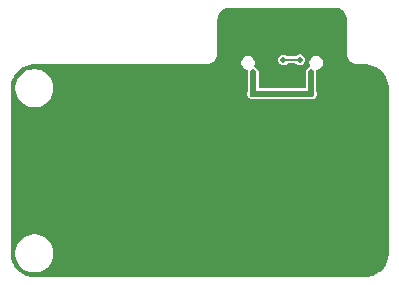
<source format=gbr>
%TF.GenerationSoftware,KiCad,Pcbnew,8.0.9*%
%TF.CreationDate,2025-07-19T06:53:02+07:00*%
%TF.ProjectId,Daughterboard,44617567-6874-4657-9262-6f6172642e6b,rev?*%
%TF.SameCoordinates,Original*%
%TF.FileFunction,Copper,L2,Bot*%
%TF.FilePolarity,Positive*%
%FSLAX46Y46*%
G04 Gerber Fmt 4.6, Leading zero omitted, Abs format (unit mm)*
G04 Created by KiCad (PCBNEW 8.0.9) date 2025-07-19 06:53:02*
%MOMM*%
%LPD*%
G01*
G04 APERTURE LIST*
%TA.AperFunction,ComponentPad*%
%ADD10C,3.500001*%
%TD*%
%TA.AperFunction,ComponentPad*%
%ADD11O,1.100000X2.200000*%
%TD*%
%TA.AperFunction,ComponentPad*%
%ADD12O,1.300000X1.900000*%
%TD*%
%TA.AperFunction,ViaPad*%
%ADD13C,0.800000*%
%TD*%
%TA.AperFunction,ViaPad*%
%ADD14C,0.450000*%
%TD*%
%TA.AperFunction,ViaPad*%
%ADD15C,0.600000*%
%TD*%
%TA.AperFunction,ViaPad*%
%ADD16C,0.500000*%
%TD*%
%TA.AperFunction,Conductor*%
%ADD17C,0.500000*%
%TD*%
%TA.AperFunction,Conductor*%
%ADD18C,0.200000*%
%TD*%
G04 APERTURE END LIST*
D10*
%TO.P,MH2,1,Pin_1*%
%TO.N,GNDPWR*%
X104015000Y-76185800D03*
%TD*%
D11*
%TO.P,J1,S,SHIELD*%
%TO.N,GNDPWR*%
X101298000Y-60600000D03*
D12*
X101298000Y-56400000D03*
D11*
X92698000Y-60600000D03*
D12*
X92698000Y-56400000D03*
%TD*%
D13*
%TO.N,GNDPWR*%
X93855000Y-71867000D03*
X98935000Y-57897000D03*
X88775000Y-76947000D03*
X100205000Y-69327000D03*
X82425000Y-62977000D03*
X92585000Y-76947000D03*
X79885000Y-61707000D03*
X101475000Y-76947000D03*
X98935000Y-66787000D03*
X84965000Y-61707000D03*
X91315000Y-66787000D03*
X101475000Y-71867000D03*
X82425000Y-75677000D03*
X97665000Y-73137000D03*
X96395000Y-76947000D03*
X95125000Y-66787000D03*
D14*
X97000000Y-64600000D03*
D13*
X87505000Y-74407000D03*
X82425000Y-66787000D03*
X78615000Y-68057000D03*
X104015000Y-68057000D03*
X82425000Y-71867000D03*
X76075000Y-69327000D03*
X104015000Y-61707000D03*
X79885000Y-70597000D03*
X78615000Y-64247000D03*
X84965000Y-76947000D03*
X102745000Y-65517000D03*
X98935000Y-75677000D03*
X91315000Y-74407000D03*
X101475000Y-62977000D03*
X91315000Y-70597000D03*
X96395000Y-56627000D03*
X92585000Y-64247000D03*
X78615000Y-74407000D03*
X84965000Y-65517000D03*
X76075000Y-73137000D03*
X79885000Y-76947000D03*
X93855000Y-57897000D03*
X95125000Y-74407000D03*
D15*
X99400000Y-64600000D03*
D13*
X84965000Y-73137000D03*
X104015000Y-73137000D03*
X96395000Y-70597000D03*
X76075000Y-65517000D03*
X87505000Y-62977000D03*
D15*
X94600000Y-64600000D03*
%TO.N,VBUS*%
X94548000Y-62648000D03*
X99448000Y-62648000D03*
D16*
%TO.N,DA-*%
X97109341Y-59791341D03*
X98498000Y-59791341D03*
%TD*%
D17*
%TO.N,VBUS*%
X94548000Y-60825000D02*
X94548000Y-62648000D01*
X99448000Y-60825000D02*
X99448000Y-62648000D01*
X94548000Y-62648000D02*
X99448000Y-62648000D01*
D18*
%TO.N,DA-*%
X98498000Y-59791341D02*
X98636659Y-59791341D01*
X97109341Y-59791341D02*
X98498000Y-59791341D01*
%TD*%
%TA.AperFunction,Conductor*%
%TO.N,GNDPWR*%
G36*
X101473938Y-55385823D02*
G01*
X101480328Y-55385979D01*
X101564778Y-55388048D01*
X101577601Y-55389469D01*
X101756727Y-55425100D01*
X101770822Y-55429375D01*
X101938693Y-55498910D01*
X101951694Y-55505859D01*
X102102774Y-55606807D01*
X102114169Y-55616160D01*
X102242639Y-55744630D01*
X102251992Y-55756025D01*
X102352940Y-55907105D01*
X102359889Y-55920106D01*
X102429422Y-56087971D01*
X102433701Y-56102078D01*
X102469329Y-56281194D01*
X102470751Y-56294023D01*
X102472977Y-56384861D01*
X102473000Y-56386703D01*
X102473000Y-59185817D01*
X102475406Y-59284047D01*
X102475408Y-59284060D01*
X102486702Y-59340841D01*
X102513744Y-59476787D01*
X102588945Y-59658337D01*
X102698119Y-59821728D01*
X102698121Y-59821730D01*
X102698123Y-59821733D01*
X102837066Y-59960676D01*
X102837069Y-59960678D01*
X102837072Y-59960681D01*
X103000463Y-60069855D01*
X103182013Y-60145056D01*
X103374746Y-60183393D01*
X103399309Y-60183994D01*
X103472982Y-60185800D01*
X103473000Y-60185800D01*
X104014332Y-60185800D01*
X104015672Y-60185811D01*
X104153153Y-60188264D01*
X104162514Y-60189017D01*
X104435363Y-60228246D01*
X104445826Y-60230522D01*
X104709664Y-60307992D01*
X104719714Y-60311741D01*
X104969833Y-60425967D01*
X104979241Y-60431104D01*
X105210563Y-60579766D01*
X105219141Y-60586187D01*
X105426967Y-60766268D01*
X105434531Y-60773832D01*
X105614610Y-60981655D01*
X105621033Y-60990236D01*
X105769692Y-61221553D01*
X105774834Y-61230970D01*
X105889057Y-61481084D01*
X105892807Y-61491137D01*
X105970274Y-61754963D01*
X105972555Y-61765447D01*
X106011782Y-62038285D01*
X106012535Y-62047645D01*
X106014988Y-62185126D01*
X106015000Y-62186468D01*
X106015000Y-76185131D01*
X106014988Y-76186473D01*
X106012535Y-76323954D01*
X106011782Y-76333314D01*
X105972555Y-76606152D01*
X105970274Y-76616636D01*
X105892807Y-76880462D01*
X105889057Y-76890515D01*
X105774834Y-77140629D01*
X105769692Y-77150046D01*
X105621033Y-77381363D01*
X105614605Y-77389950D01*
X105434537Y-77597760D01*
X105426960Y-77605337D01*
X105254592Y-77754695D01*
X105219152Y-77785404D01*
X105210563Y-77791833D01*
X104979246Y-77940492D01*
X104969829Y-77945634D01*
X104719715Y-78059857D01*
X104709662Y-78063607D01*
X104445836Y-78141074D01*
X104435352Y-78143355D01*
X104162514Y-78182582D01*
X104153154Y-78183335D01*
X104018661Y-78185734D01*
X104015671Y-78185788D01*
X104014332Y-78185800D01*
X76015668Y-78185800D01*
X76014328Y-78185788D01*
X76011283Y-78185733D01*
X75876845Y-78183335D01*
X75867485Y-78182582D01*
X75594647Y-78143355D01*
X75584163Y-78141074D01*
X75320337Y-78063607D01*
X75310284Y-78059857D01*
X75060170Y-77945634D01*
X75050753Y-77940492D01*
X74819436Y-77791833D01*
X74810855Y-77785410D01*
X74603032Y-77605331D01*
X74595468Y-77597767D01*
X74415387Y-77389941D01*
X74408966Y-77381363D01*
X74260304Y-77150041D01*
X74255165Y-77140629D01*
X74255149Y-77140595D01*
X74140941Y-76890514D01*
X74137192Y-76880462D01*
X74133333Y-76867320D01*
X74059722Y-76616626D01*
X74057446Y-76606163D01*
X74018217Y-76333314D01*
X74017464Y-76323953D01*
X74015012Y-76186472D01*
X74015000Y-76185131D01*
X74015000Y-76059205D01*
X74406500Y-76059205D01*
X74406500Y-76312394D01*
X74446104Y-76562450D01*
X74446107Y-76562462D01*
X74524343Y-76803249D01*
X74639287Y-77028839D01*
X74720483Y-77140595D01*
X74783744Y-77227666D01*
X74788106Y-77233669D01*
X74788113Y-77233677D01*
X74967122Y-77412686D01*
X74967130Y-77412693D01*
X74967132Y-77412695D01*
X75079154Y-77494083D01*
X75171960Y-77561512D01*
X75171962Y-77561513D01*
X75397550Y-77676456D01*
X75638342Y-77754694D01*
X75888408Y-77794300D01*
X75888412Y-77794300D01*
X76141588Y-77794300D01*
X76141592Y-77794300D01*
X76391658Y-77754694D01*
X76632450Y-77676456D01*
X76858038Y-77561513D01*
X77062868Y-77412695D01*
X77241895Y-77233668D01*
X77390713Y-77028838D01*
X77505656Y-76803250D01*
X77583894Y-76562458D01*
X77623500Y-76312392D01*
X77623500Y-76185794D01*
X102912498Y-76185794D01*
X102912498Y-76185805D01*
X102932420Y-76394441D01*
X102932422Y-76394451D01*
X102991472Y-76595560D01*
X103087513Y-76781854D01*
X103217079Y-76946610D01*
X103217081Y-76946611D01*
X103217082Y-76946613D01*
X103375486Y-77083872D01*
X103557004Y-77188671D01*
X103755075Y-77257224D01*
X103962541Y-77287053D01*
X104171902Y-77277080D01*
X104171909Y-77277078D01*
X104171912Y-77277078D01*
X104375589Y-77227666D01*
X104375589Y-77227665D01*
X104375593Y-77227665D01*
X104566251Y-77140595D01*
X104736985Y-77019015D01*
X104881625Y-76867322D01*
X104994943Y-76690996D01*
X105072843Y-76496411D01*
X105112510Y-76290599D01*
X105115000Y-76185800D01*
X105112510Y-76081001D01*
X105072843Y-75875189D01*
X105058030Y-75838189D01*
X104994943Y-75680604D01*
X104994942Y-75680602D01*
X104881626Y-75504279D01*
X104736988Y-75352588D01*
X104736987Y-75352587D01*
X104736985Y-75352585D01*
X104566251Y-75231005D01*
X104566246Y-75231002D01*
X104566243Y-75231001D01*
X104375593Y-75143935D01*
X104375589Y-75143933D01*
X104171912Y-75094521D01*
X104171902Y-75094520D01*
X103962542Y-75084547D01*
X103962541Y-75084547D01*
X103893385Y-75094490D01*
X103755073Y-75114376D01*
X103557001Y-75182930D01*
X103375488Y-75287726D01*
X103375486Y-75287728D01*
X103217079Y-75424989D01*
X103087513Y-75589745D01*
X102991472Y-75776039D01*
X102932422Y-75977148D01*
X102932420Y-75977158D01*
X102912498Y-76185794D01*
X77623500Y-76185794D01*
X77623500Y-76059208D01*
X77583894Y-75809142D01*
X77505656Y-75568350D01*
X77390713Y-75342762D01*
X77350728Y-75287728D01*
X77246256Y-75143935D01*
X77241895Y-75137932D01*
X77241893Y-75137930D01*
X77241886Y-75137922D01*
X77062877Y-74958913D01*
X77062869Y-74958906D01*
X76858039Y-74810087D01*
X76632449Y-74695143D01*
X76391662Y-74616907D01*
X76391650Y-74616904D01*
X76141594Y-74577300D01*
X76141592Y-74577300D01*
X75888408Y-74577300D01*
X75888405Y-74577300D01*
X75638349Y-74616904D01*
X75638337Y-74616907D01*
X75397550Y-74695143D01*
X75171960Y-74810087D01*
X74967130Y-74958906D01*
X74967122Y-74958913D01*
X74788113Y-75137922D01*
X74788106Y-75137930D01*
X74639287Y-75342760D01*
X74524343Y-75568350D01*
X74446107Y-75809137D01*
X74446104Y-75809149D01*
X74406500Y-76059205D01*
X74015000Y-76059205D01*
X74015000Y-62186468D01*
X74015012Y-62185127D01*
X74017258Y-62059205D01*
X74406500Y-62059205D01*
X74406500Y-62312394D01*
X74446104Y-62562450D01*
X74446107Y-62562462D01*
X74524343Y-62803249D01*
X74639287Y-63028839D01*
X74788106Y-63233669D01*
X74788113Y-63233677D01*
X74967122Y-63412686D01*
X74967130Y-63412693D01*
X74967132Y-63412695D01*
X75079154Y-63494083D01*
X75171960Y-63561512D01*
X75171962Y-63561513D01*
X75397550Y-63676456D01*
X75638342Y-63754694D01*
X75888408Y-63794300D01*
X75888412Y-63794300D01*
X76141588Y-63794300D01*
X76141592Y-63794300D01*
X76391658Y-63754694D01*
X76632450Y-63676456D01*
X76858038Y-63561513D01*
X77062868Y-63412695D01*
X77241895Y-63233668D01*
X77390713Y-63028838D01*
X77505656Y-62803250D01*
X77583894Y-62562458D01*
X77623500Y-62312392D01*
X77623500Y-62059208D01*
X77583894Y-61809142D01*
X77505656Y-61568350D01*
X77390713Y-61342762D01*
X77241895Y-61137932D01*
X77241893Y-61137930D01*
X77241886Y-61137922D01*
X77062877Y-60958913D01*
X77062869Y-60958906D01*
X76858039Y-60810087D01*
X76632449Y-60695143D01*
X76391662Y-60616907D01*
X76391650Y-60616904D01*
X76141594Y-60577300D01*
X76141592Y-60577300D01*
X75888408Y-60577300D01*
X75888405Y-60577300D01*
X75638349Y-60616904D01*
X75638337Y-60616907D01*
X75397550Y-60695143D01*
X75171960Y-60810087D01*
X74967130Y-60958906D01*
X74967122Y-60958913D01*
X74788113Y-61137922D01*
X74788106Y-61137930D01*
X74639287Y-61342760D01*
X74524343Y-61568350D01*
X74446107Y-61809137D01*
X74446104Y-61809149D01*
X74406500Y-62059205D01*
X74017258Y-62059205D01*
X74017464Y-62047646D01*
X74018217Y-62038285D01*
X74027007Y-61977150D01*
X74057446Y-61765433D01*
X74059722Y-61754976D01*
X74137194Y-61491131D01*
X74140942Y-61481084D01*
X74166561Y-61424987D01*
X74255170Y-61230959D01*
X74260301Y-61221563D01*
X74408972Y-60990227D01*
X74415381Y-60981664D01*
X74595475Y-60773824D01*
X74603024Y-60766275D01*
X74810864Y-60586181D01*
X74819427Y-60579772D01*
X75050763Y-60431101D01*
X75060159Y-60425970D01*
X75310289Y-60311739D01*
X75320331Y-60307994D01*
X75584176Y-60230522D01*
X75594633Y-60228246D01*
X75867487Y-60189016D01*
X75876845Y-60188264D01*
X76014327Y-60185811D01*
X76015668Y-60185800D01*
X90523018Y-60185800D01*
X90593742Y-60184066D01*
X90621254Y-60183393D01*
X90813987Y-60145056D01*
X90995537Y-60069855D01*
X91140141Y-59973234D01*
X93532500Y-59973234D01*
X93532500Y-60124766D01*
X93571719Y-60271134D01*
X93571722Y-60271142D01*
X93647484Y-60402365D01*
X93754634Y-60509515D01*
X93885857Y-60585277D01*
X93885860Y-60585278D01*
X93885865Y-60585281D01*
X94032234Y-60624500D01*
X94037330Y-60624500D01*
X94085668Y-60642093D01*
X94111388Y-60686642D01*
X94109968Y-60719159D01*
X94097500Y-60765691D01*
X94097500Y-60765693D01*
X94097500Y-62413279D01*
X94090704Y-62444519D01*
X94062835Y-62505540D01*
X94042353Y-62648000D01*
X94062835Y-62790459D01*
X94122622Y-62921372D01*
X94122624Y-62921375D01*
X94215741Y-63028838D01*
X94216872Y-63030143D01*
X94337947Y-63107953D01*
X94476039Y-63148500D01*
X94476042Y-63148500D01*
X94619958Y-63148500D01*
X94619961Y-63148500D01*
X94758053Y-63107953D01*
X94758055Y-63107952D01*
X94762944Y-63105720D01*
X94763809Y-63107614D01*
X94794843Y-63098500D01*
X99201157Y-63098500D01*
X99232190Y-63107614D01*
X99233056Y-63105720D01*
X99237944Y-63107952D01*
X99237946Y-63107952D01*
X99237947Y-63107953D01*
X99376039Y-63148500D01*
X99376042Y-63148500D01*
X99519958Y-63148500D01*
X99519961Y-63148500D01*
X99658053Y-63107953D01*
X99779128Y-63030143D01*
X99873377Y-62921373D01*
X99933165Y-62790457D01*
X99953647Y-62648000D01*
X99933165Y-62505543D01*
X99905296Y-62444519D01*
X99898500Y-62413279D01*
X99898500Y-60765693D01*
X99898500Y-60765691D01*
X99886032Y-60719160D01*
X99890516Y-60667919D01*
X99926889Y-60631546D01*
X99958670Y-60624500D01*
X99963763Y-60624500D01*
X99963766Y-60624500D01*
X100110135Y-60585281D01*
X100123959Y-60577300D01*
X100241365Y-60509515D01*
X100348515Y-60402365D01*
X100424277Y-60271142D01*
X100424277Y-60271141D01*
X100424281Y-60271135D01*
X100463500Y-60124766D01*
X100463500Y-59973234D01*
X100424281Y-59826865D01*
X100424278Y-59826860D01*
X100424277Y-59826857D01*
X100348515Y-59695634D01*
X100241365Y-59588484D01*
X100110142Y-59512722D01*
X100110136Y-59512720D01*
X100110135Y-59512719D01*
X99963766Y-59473500D01*
X99812234Y-59473500D01*
X99665865Y-59512719D01*
X99665857Y-59512722D01*
X99534634Y-59588484D01*
X99427484Y-59695634D01*
X99351722Y-59826857D01*
X99351719Y-59826865D01*
X99312500Y-59973234D01*
X99312500Y-60124766D01*
X99328854Y-60185800D01*
X99351719Y-60271136D01*
X99359353Y-60284358D01*
X99368286Y-60335016D01*
X99342566Y-60379565D01*
X99313692Y-60394595D01*
X99274119Y-60405198D01*
X99274112Y-60405201D01*
X99171386Y-60464510D01*
X99087510Y-60548386D01*
X99028201Y-60651112D01*
X99028201Y-60651114D01*
X98997500Y-60765691D01*
X98997500Y-60765693D01*
X98997500Y-62122300D01*
X98979907Y-62170638D01*
X98935358Y-62196358D01*
X98922300Y-62197500D01*
X95073700Y-62197500D01*
X95025362Y-62179907D01*
X94999642Y-62135358D01*
X94998500Y-62122300D01*
X94998500Y-60765693D01*
X94998500Y-60765691D01*
X94967799Y-60651114D01*
X94962591Y-60642093D01*
X94908489Y-60548386D01*
X94824613Y-60464510D01*
X94721887Y-60405201D01*
X94721880Y-60405199D01*
X94682307Y-60394595D01*
X94640170Y-60365090D01*
X94626857Y-60315403D01*
X94636645Y-60284360D01*
X94644281Y-60271135D01*
X94683500Y-60124766D01*
X94683500Y-59973234D01*
X94644281Y-59826865D01*
X94644278Y-59826860D01*
X94644277Y-59826857D01*
X94623772Y-59791341D01*
X96654208Y-59791341D01*
X96672644Y-59919569D01*
X96726458Y-60037403D01*
X96726460Y-60037406D01*
X96811289Y-60135305D01*
X96811293Y-60135309D01*
X96894865Y-60189017D01*
X96920272Y-60205345D01*
X97044569Y-60241841D01*
X97044570Y-60241841D01*
X97174112Y-60241841D01*
X97174113Y-60241841D01*
X97298410Y-60205345D01*
X97407390Y-60135308D01*
X97422565Y-60117795D01*
X97467516Y-60092785D01*
X97479397Y-60091841D01*
X98127944Y-60091841D01*
X98176282Y-60109434D01*
X98184776Y-60117795D01*
X98199951Y-60135308D01*
X98308931Y-60205345D01*
X98433228Y-60241841D01*
X98433229Y-60241841D01*
X98562771Y-60241841D01*
X98562772Y-60241841D01*
X98687069Y-60205345D01*
X98796049Y-60135308D01*
X98880882Y-60037404D01*
X98934697Y-59919567D01*
X98953133Y-59791341D01*
X98934697Y-59663115D01*
X98880882Y-59545278D01*
X98880880Y-59545275D01*
X98796051Y-59447376D01*
X98796047Y-59447372D01*
X98687068Y-59377336D01*
X98599267Y-59351556D01*
X98562772Y-59340841D01*
X98433228Y-59340841D01*
X98405016Y-59349124D01*
X98308931Y-59377336D01*
X98199953Y-59447372D01*
X98199951Y-59447374D01*
X98184776Y-59464887D01*
X98139825Y-59489897D01*
X98127944Y-59490841D01*
X97479397Y-59490841D01*
X97431059Y-59473248D01*
X97422565Y-59464887D01*
X97421867Y-59464082D01*
X97407390Y-59447374D01*
X97407387Y-59447372D01*
X97298409Y-59377336D01*
X97210608Y-59351556D01*
X97174113Y-59340841D01*
X97044569Y-59340841D01*
X97016357Y-59349124D01*
X96920272Y-59377336D01*
X96811293Y-59447372D01*
X96811289Y-59447376D01*
X96726460Y-59545275D01*
X96726458Y-59545278D01*
X96672644Y-59663112D01*
X96654208Y-59791341D01*
X94623772Y-59791341D01*
X94568515Y-59695634D01*
X94461365Y-59588484D01*
X94330142Y-59512722D01*
X94330136Y-59512720D01*
X94330135Y-59512719D01*
X94183766Y-59473500D01*
X94032234Y-59473500D01*
X93885865Y-59512719D01*
X93885857Y-59512722D01*
X93754634Y-59588484D01*
X93647484Y-59695634D01*
X93571722Y-59826857D01*
X93571719Y-59826865D01*
X93532500Y-59973234D01*
X91140141Y-59973234D01*
X91158928Y-59960681D01*
X91297881Y-59821728D01*
X91407055Y-59658337D01*
X91482256Y-59476787D01*
X91520593Y-59284054D01*
X91523000Y-59185800D01*
X91523000Y-56386703D01*
X91523023Y-56384862D01*
X91525248Y-56294024D01*
X91526670Y-56281194D01*
X91562300Y-56102069D01*
X91566574Y-56087980D01*
X91636112Y-55920101D01*
X91643056Y-55907109D01*
X91744010Y-55756020D01*
X91753355Y-55744635D01*
X91881835Y-55616155D01*
X91893220Y-55606810D01*
X92044309Y-55505856D01*
X92057301Y-55498912D01*
X92225180Y-55429374D01*
X92239269Y-55425100D01*
X92418399Y-55389469D01*
X92431220Y-55388048D01*
X92516153Y-55385967D01*
X92522062Y-55385823D01*
X92523903Y-55385800D01*
X101472097Y-55385800D01*
X101473938Y-55385823D01*
G37*
%TD.AperFunction*%
%TD*%
M02*

</source>
